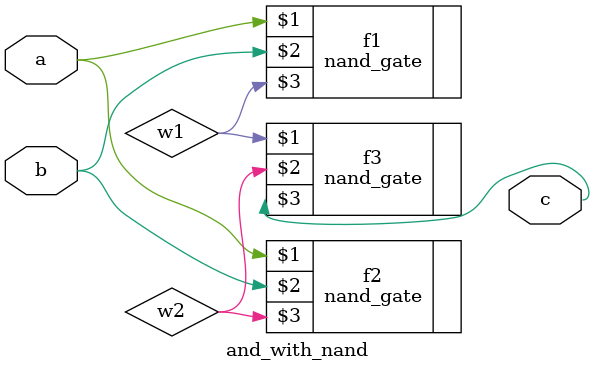
<source format=v>
`include "nand_gate.v"

module and_with_nand(a,b,c);
    input a,b;
    output c;

    wire w1,w2;

    nand_gate f1(a,b,w1);
    nand_gate f2(a,b,w2);
    nand_gate f3(w1,w2,c);

endmodule

</source>
